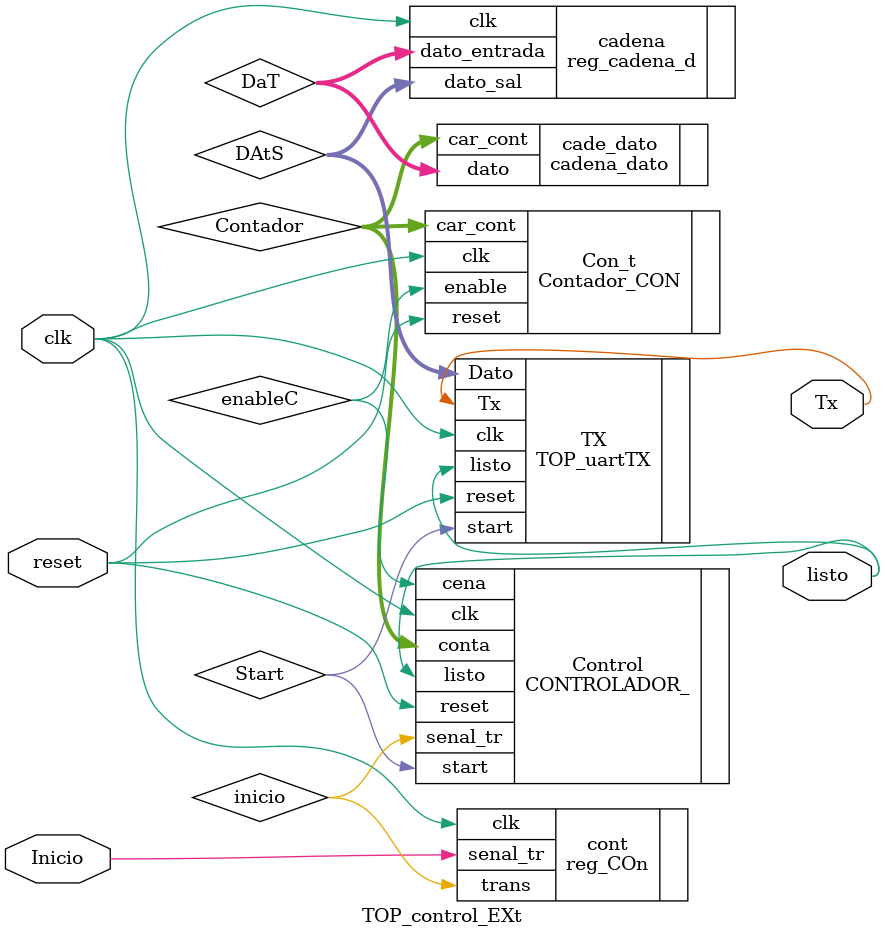
<source format=v>
`timescale 1ns / 1ps


module TOP_control_EXt(
    input wire Inicio,
    input wire clk,
    input wire reset,
    output wire Tx,
    output wire listo
 );
 
 // 
 wire [5:0]Contador;
 wire enableC;
 wire [31:0]DaT;
 wire [31:0]DAtS;
 wire Start;
 wire inicio;
 //
 CONTROLADOR_ Control(
     .senal_tr(inicio),
     .clk(clk),
     .reset(reset),
     .start(Start),
     .listo(listo),
     .conta(Contador),
     .cena(enableC)
     );
 // 
 Contador_CON Con_t(
       .clk(clk),// reloj de entrada del divisor
       .reset(reset),
       .enable(enableC),
       .car_cont(Contador)
    );
//
cadena_dato cade_dato(
     .car_cont(Contador),
     .dato(DaT)
    );
//
reg_COn cont(
    .clk(clk),
    .senal_tr(Inicio),
    .trans(inicio)
    );
// 
reg_cadena_d cadena(
    .clk(clk),
    .dato_entrada(DaT),
    .dato_sal(DAtS)
    );
    
//
TOP_uartTX TX(
    .clk(clk),
    .reset(reset),
    .Dato(DAtS),
    .Tx(Tx),
    .start(Start),
    .listo(listo)
    );
endmodule

</source>
